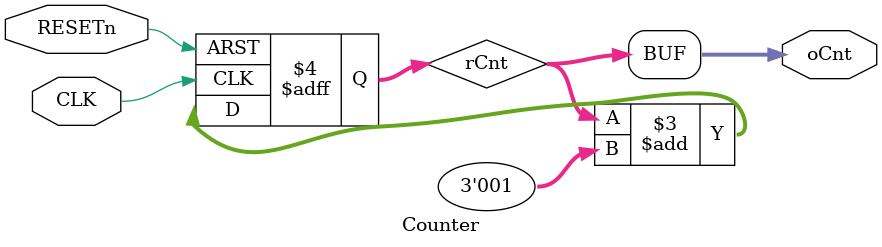
<source format=v>
module Counter (
    input wire CLK,
    input wire RESETn,
    output wire [2:0] oCnt
);
  // [2:0] array n = 3 bit (2^n - 1)
  reg [2:0] rCnt;
  assign oCnt = rCnt;

  always @(posedge CLK or negedge RESETn) begin : u_rCnt
    if (RESETn == 1'd0) begin
      rCnt <= 3'd0;
    end else begin
      rCnt <= rCnt + 3'd1;
    end
  end
endmodule

</source>
